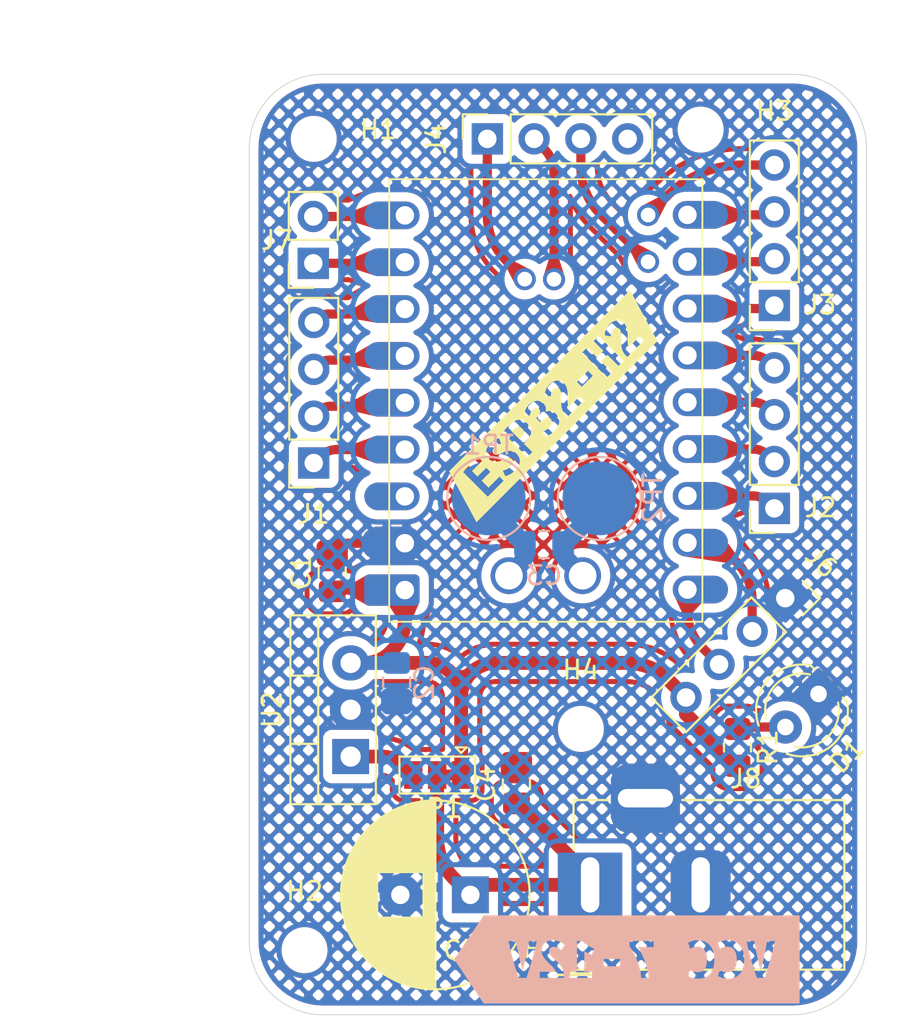
<source format=kicad_pcb>
(kicad_pcb (version 20241229) (generator "pcbnew") (generator_version "9.0")
  (layers (0 "F.Cu" signal) (2 "B.Cu" signal) (13 "F.Paste" user) (15 "B.Paste" user) (5 "F.SilkS" user "F.Silkscreen") (7 "B.SilkS" user "B.Silkscreen") (1 "F.Mask" user) (3 "B.Mask" user) (25 "Edge.Cuts" user))
  (net 0 "")
  (net 1 "GPIO10")
  (net 2 "+3V3")
  (net 3 "GPIO14")
  (net 4 "GPIO13")
  (net 5 "GPIO12")
  (net 6 "GPIO11")
  (net 7 "GND")
  (net 8 "GPIO9")
  (net 9 "+5V")
  (net 10 "GPIO2")
  (net 11 "GPIO5")
  (net 12 "GPIO24")
  (net 13 "GPIO1")
  (net 14 "GPIO0")
  (net 15 "GPIO8")
  (net 16 "GPIO23")
  (net 17 "GPIO3")
  (net 18 "GPIO26")
  (net 19 "GPIO22")
  (net 20 "GPIO27")
  (net 21 "GPIO25")
  (net 22 "B+")
  (net 23 "B-")
  (net 24 "GPIO4")
  (net 25 "VCC")
  (net 26 "+12V")
  (net 28 "Net-(D1-A)")
  (footprint "Connector_BarrelJack:BarrelJack_Horizontal" (layer "F.Cu") (at 252 69.4575 180)
    (property "Reference" "J8" (at -8.45 5.75 0) (layer "F.SilkS"))
    (property "Value" "Barrel_Jack_Switch")
    (pad "1" thru_hole rect (at 0 0 180) (size 3.5 3.5) (drill oval 1 3) (layers "*.Cu" "*.Mask") (net 25 "VCC"))
    (pad "2" thru_hole roundrect (at -6 0 180) (size 3 3.5) (drill oval 1 3) (layers "*.Cu" "*.Mask") (net 7 "GND"))
    (pad "3" thru_hole roundrect (at -3 4.7 180) (size 3.5 3.5) (drill oval 3 1) (layers "*.Cu" "*.Mask") (net 7 "GND"))
  )
  (footprint "Package_TO_SOT_THT:TO-220-3_Vertical" (layer "F.Cu") (at 239 62.5 90)
    (property "Reference" "U2" (at 2.54 -4.27 90) (layer "F.SilkS"))
    (property "Value" "LM7805_TO220")
    (pad "1" thru_hole rect (at 0 0 90) (size 1.905 2) (drill 1.1) (layers "*.Cu" "*.Mask") (net 26 "+12V"))
    (pad "2" thru_hole oval (at 2.54 0 90) (size 1.905 2) (drill 1.1) (layers "*.Cu" "*.Mask") (net 7 "GND"))
    (pad "3" thru_hole oval (at 5.08 0 90) (size 1.905 2) (drill 1.1) (layers "*.Cu" "*.Mask") (net 9 "+5V"))
  )
  (footprint "Connector_PinSocket_2.54mm:PinSocket_1x04_P2.54mm_Vertical" (layer "F.Cu") (at 237 46.58 180)
    (property "Reference" "J1" (at 0 -2.77 0) (layer "F.SilkS"))
    (property "Value" "Conn_01x04_Socket")
    (pad "1" thru_hole rect (at 0 0 180) (size 1.7 1.7) (drill 1) (layers "*.Cu" "*.Mask") (net 3 "GPIO14"))
    (pad "2" thru_hole oval (at 0 2.54 180) (size 1.7 1.7) (drill 1) (layers "*.Cu" "*.Mask") (net 4 "GPIO13"))
    (pad "3" thru_hole oval (at 0 5.08 180) (size 1.7 1.7) (drill 1) (layers "*.Cu" "*.Mask") (net 5 "GPIO12"))
    (pad "4" thru_hole oval (at 0 7.62 180) (size 1.7 1.7) (drill 1) (layers "*.Cu" "*.Mask") (net 6 "GPIO11"))
  )
  (footprint "Connector_PinSocket_2.54mm:PinSocket_1x04_P2.54mm_Vertical" (layer "F.Cu") (at 262.592102 53.907898 -45)
    (property "Reference" "J6" (at 0 -2.77 135) (layer "F.SilkS"))
    (property "Value" "Conn_01x04_Socket")
    (pad "1" thru_hole rect (at 0 0 315) (size 1.7 1.7) (drill 1) (layers "*.Cu" "*.Mask") (net 7 "GND"))
    (pad "2" thru_hole oval (at 0 2.54 315) (size 1.7 1.7) (drill 1) (layers "*.Cu" "*.Mask") (net 16 "GPIO23"))
    (pad "3" thru_hole oval (at 0 5.079999 315) (size 1.7 1.7) (drill 1) (layers "*.Cu" "*.Mask") (net 12 "GPIO24"))
    (pad "4" thru_hole oval (at 0 7.62 315) (size 1.7 1.7) (drill 1) (layers "*.Cu" "*.Mask") (net 9 "+5V"))
  )
  (footprint "libs:ESP32H2-Supermini" (layer "F.Cu") (at 249.095 56.19)
    (property "Reference" "U1" (hide yes))
    (property "Value" "ESP32-H2-SUPERMINI")
    (pad "1" thru_hole oval (at -7.15 -23.04 180) (size 3 1.5) (drill 1 (offset 0.7 0)) (layers "*.Cu" "*.Mask") (net 8 "GPIO9"))
    (pad "2" thru_hole oval (at -7.15 -20.5 180) (size 3 1.5) (drill 1 (offset 0.7 0)) (layers "*.Cu" "*.Mask") (net 1 "GPIO10"))
    (pad "3" thru_hole oval (at -7.15 -17.96 180) (size 3 1.5) (drill 1 (offset 0.7 0)) (layers "*.Cu" "*.Mask") (net 6 "GPIO11"))
    (pad "4" thru_hole oval (at -7.15 -15.42 180) (size 3 1.5) (drill 1 (offset 0.7 0)) (layers "*.Cu" "*.Mask") (net 5 "GPIO12"))
    (pad "5" thru_hole oval (at -7.15 -12.88 180) (size 3 1.5) (drill 1 (offset 0.7 0)) (layers "*.Cu" "*.Mask") (net 4 "GPIO13"))
    (pad "6" thru_hole oval (at -7.15 -10.34 180) (size 3 1.5) (drill 1 (offset 0.7 0)) (layers "*.Cu" "*.Mask") (net 3 "GPIO14"))
    (pad "7" thru_hole oval (at -7.15 -7.8 180) (size 3 1.5) (drill 1 (offset 0.7 0)) (layers "*.Cu" "*.Mask") (net 2 "+3V3"))
    (pad "8" thru_hole oval (at -7.15 -5.26 180) (size 3 1.5) (drill 1 (offset 0.7 0)) (layers "*.Cu" "*.Mask") (net 7 "GND"))
    (pad "9" thru_hole roundrect (at -7.15 -2.72 180) (size 3 1.7) (drill 1 (offset 0.7 0)) (layers "*.Cu" "*.Mask") (roundrect_rratio 0.1470588235) (net 9 "+5V"))
    (pad "10" thru_hole circle (at -0.641237 -19.582992) (size 1.2 1.2) (drill 0.8) (layers "*.Cu" "*.Mask") (net 19 "GPIO22"))
    (pad "11" thru_hole oval (at 8.188242 -23.067323) (size 3 1.5) (drill 1 (offset 0.7 0)) (layers "*.Cu" "*.Mask") (net 15 "GPIO8"))
    (pad "12" thru_hole oval (at 8.188242 -20.527323) (size 3 1.5) (drill 1 (offset 0.7 0)) (layers "*.Cu" "*.Mask") (net 11 "GPIO5"))
    (pad "13" thru_hole oval (at 8.188242 -17.987323) (size 3 1.5) (drill 1 (offset 0.7 0)) (layers "*.Cu" "*.Mask") (net 24 "GPIO4"))
    (pad "14" thru_hole oval (at 8.188242 -15.447323) (size 3 1.5) (drill 1 (offset 0.7 0)) (layers "*.Cu" "*.Mask") (net 17 "GPIO3"))
    (pad "15" thru_hole oval (at 8.188242 -12.907323) (size 3 1.5) (drill 1 (offset 0.7 0)) (layers "*.Cu" "*.Mask") (net 10 "GPIO2"))
    (pad "16" thru_hole oval (at 8.188242 -10.367323) (size 3 1.5) (drill 1 (offset 0.7 0)) (layers "*.Cu" "*.Mask") (net 13 "GPIO1"))
    (pad "17" thru_hole oval (at 8.188242 -7.827323) (size 3 1.5) (drill 1 (offset 0.7 0)) (layers "*.Cu" "*.Mask") (net 14 "GPIO0"))
    (pad "18" thru_hole oval (at 8.188242 -5.287323) (size 3 1.5) (drill 1 (offset 0.7 0)) (layers "*.Cu" "*.Mask") (net 16 "GPIO23"))
    (pad "19" thru_hole oval (at 8.188242 -2.747323) (size 3 1.5) (drill 1 (offset 0.7 0)) (layers "*.Cu" "*.Mask") (net 12 "GPIO24"))
    (pad "20" thru_hole circle (at 0.946294 -19.574023) (size 1.2 1.2) (drill 0.8) (layers "*.Cu" "*.Mask") (net 21 "GPIO25"))
    (pad "21" thru_hole circle (at 6.052637 -23.059822) (size 1.2 1.2) (drill 0.8) (layers "*.Cu" "*.Mask") (net 20 "GPIO27"))
    (pad "22" thru_hole circle (at 6.052637 -20.519822) (size 1.2 1.2) (drill 0.8) (layers "*.Cu" "*.Mask") (net 18 "GPIO26"))
    (pad "23" thru_hole circle (at -1.5 -3.5 90) (size 2 2) (drill 1.5) (layers "*.Cu" "*.Mask") (net 22 "B+"))
    (pad "24" thru_hole circle (at 2.5 -3.5 90) (size 2 2) (drill 1.5) (layers "*.Cu" "*.Mask") (net 23 "B-"))
  )
  (footprint "MountingHole:MountingHole_2mm" (layer "F.Cu") (at 258 28.5)
    (property "Reference" "H3" (at 4 -1 0) (layer "F.SilkS"))
    (property "Value" "MountingHole")
    (pad "" np_thru_hole circle (at 0 0) (size 2 2) (drill 2) (layers "*.Cu" "*.Mask"))
  )
  (footprint "MountingHole:MountingHole_2mm" (layer "F.Cu") (at 237 29)
    (property "Reference" "H1" (at 3.5 -0.5 0) (layer "F.SilkS"))
    (property "Value" "MountingHole")
    (pad "" np_thru_hole circle (at 0 0) (size 2 2) (drill 2) (layers "*.Cu" "*.Mask"))
  )
  (footprint "Capacitor_SMD:C_0805_2012Metric_Pad1.18x1.45mm_HandSolder" (layer "F.Cu") (at 238 52.5 90)
    (property "Reference" "C1" (at 0 -1.68 90) (layer "F.SilkS"))
    (property "Value" "C")
    (pad "1" smd roundrect (at -1.0375 0 90) (size 1.175 1.45) (layers "F.Cu" "F.Mask" "F.Paste") (roundrect_rratio 0.212766) (net 9 "+5V"))
    (pad "2" smd roundrect (at 1.0375 0 90) (size 1.175 1.45) (layers "F.Cu" "F.Mask" "F.Paste") (roundrect_rratio 0.212766) (net 7 "GND"))
  )
  (footprint "Capacitor_SMD:C_0805_2012Metric_Pad1.18x1.45mm_HandSolder" (layer "F.Cu") (at 248 64 90)
    (property "Reference" "C4" (at 0 -1.68 90) (layer "F.SilkS"))
    (property "Value" "C")
    (pad "1" smd roundrect (at -1.0375 0 90) (size 1.175 1.45) (layers "F.Cu" "F.Mask" "F.Paste") (roundrect_rratio 0.212766) (net 25 "VCC"))
    (pad "2" smd roundrect (at 1.0375 0 90) (size 1.175 1.45) (layers "F.Cu" "F.Mask" "F.Paste") (roundrect_rratio 0.212766) (net 7 "GND"))
  )
  (footprint "Jumper:SolderJumper-3_P1.3mm_Bridged12_Pad1.0x1.5mm" (layer "F.Cu") (at 243.7 63.5 180)
    (property "Reference" "JP1" (at 0 -1.8 0) (layer "F.SilkS"))
    (property "Value" "SolderJumper_3_Bridged12")
    (fp_poly (pts (xy -0.9 -0.3) (xy -0.4 -0.3) (xy -0.4 0.3) (xy -0.9 0.3)) (fill yes) (layer "F.Cu"))
    (pad "1" smd rect (at -1.3 0 180) (size 1 1.5) (layers "F.Cu" "F.Mask") (net 9 "+5V"))
    (pad "2" smd rect (at 0 0 180) (size 1 1.5) (layers "F.Cu" "F.Mask") (net 25 "VCC"))
    (pad "3" smd rect (at 1.3 0 180) (size 1 1.5) (layers "F.Cu" "F.Mask") (net 26 "+12V"))
  )
  (footprint "Connector_PinSocket_2.54mm:PinSocket_1x04_P2.54mm_Vertical" (layer "F.Cu") (at 262 38.04 180)
    (property "Reference" "J3" (at -2.5 0.04 0) (layer "F.SilkS"))
    (property "Value" "Conn_01x04_Socket")
    (pad "1" thru_hole rect (at 0 0 180) (size 1.7 1.7) (drill 1) (layers "*.Cu" "*.Mask") (net 24 "GPIO4"))
    (pad "2" thru_hole oval (at 0 2.54 180) (size 1.7 1.7) (drill 1) (layers "*.Cu" "*.Mask") (net 11 "GPIO5"))
    (pad "3" thru_hole oval (at 0 5.08 180) (size 1.7 1.7) (drill 1) (layers "*.Cu" "*.Mask") (net 15 "GPIO8"))
    (pad "4" thru_hole oval (at 0 7.62 180) (size 1.7 1.7) (drill 1) (layers "*.Cu" "*.Mask") (net 20 "GPIO27"))
  )
  (footprint "Resistor_SMD:R_0805_2012Metric_Pad1.20x1.40mm_HandSolder" (layer "F.Cu") (at 260 62 -90)
    (property "Reference" "R1" (at 0 -1.65 90) (layer "F.SilkS"))
    (property "Value" "R")
    (pad "1" smd roundrect (at -1 0 270) (size 1.2 1.4) (layers "F.Cu" "F.Mask" "F.Paste") (roundrect_rratio 0.208333) (net 28 "Net-(D1-A)"))
    (pad "2" smd roundrect (at 1 0 270) (size 1.2 1.4) (layers "F.Cu" "F.Mask" "F.Paste") (roundrect_rratio 0.208333) (net 9 "+5V"))
  )
  (footprint "Connector_PinSocket_2.54mm:PinSocket_1x04_P2.54mm_Vertical" (layer "F.Cu") (at 246.42 29 90)
    (property "Reference" "J4" (at 0 -2.77 90) (layer "F.SilkS"))
    (property "Value" "Conn_01x04_Socket")
    (pad "1" thru_hole rect (at 0 0 90) (size 1.7 1.7) (drill 1) (layers "*.Cu" "*.Mask") (net 19 "GPIO22"))
    (pad "2" thru_hole oval (at 0 2.54 90) (size 1.7 1.7) (drill 1) (layers "*.Cu" "*.Mask") (net 21 "GPIO25"))
    (pad "3" thru_hole oval (at 0 5.08 90) (size 1.7 1.7) (drill 1) (layers "*.Cu" "*.Mask") (net 18 "GPIO26"))
    (pad "4" thru_hole oval (at 0 7.62 90) (size 1.7 1.7) (drill 1) (layers "*.Cu" "*.Mask"))
  )
  (footprint "kibuzzard-67CC814E" (layer "F.Cu") (at 250 43.5 45)
    (property "Reference" "kibuzzard-67CC814E" (hide yes))
    (property "Value" "G***" (hide yes))
  )
  (footprint "Connector_PinSocket_2.54mm:PinSocket_1x04_P2.54mm_Vertical" (layer "F.Cu") (at 262 49.04 180)
    (property "Reference" "J2" (at -2.5 0.04 0) (layer "F.SilkS"))
    (property "Value" "Conn_01x04_Socket")
    (pad "1" thru_hole rect (at 0 0 180) (size 1.7 1.7) (drill 1) (layers "*.Cu" "*.Mask") (net 14 "GPIO0"))
    (pad "2" thru_hole oval (at 0 2.54 180) (size 1.7 1.7) (drill 1) (layers "*.Cu" "*.Mask") (net 13 "GPIO1"))
    (pad "3" thru_hole oval (at 0 5.08 180) (size 1.7 1.7) (drill 1) (layers "*.Cu" "*.Mask") (net 10 "GPIO2"))
    (pad "4" thru_hole oval (at 0 7.62 180) (size 1.7 1.7) (drill 1) (layers "*.Cu" "*.Mask") (net 17 "GPIO3"))
  )
  (footprint "Connector_PinSocket_2.54mm:PinSocket_1x02_P2.54mm_Vertical" (layer "F.Cu") (at 236.975 35.75 180)
    (property "Reference" "J7" (at 1.975 1.25 0) (layer "F.SilkS"))
    (property "Value" "Conn_01x02_Socket")
    (pad "1" thru_hole rect (at 0 0 180) (size 1.7 1.7) (drill 1) (layers "*.Cu" "*.Mask") (net 1 "GPIO10"))
    (pad "2" thru_hole oval (at 0 2.54 180) (size 1.7 1.7) (drill 1) (layers "*.Cu" "*.Mask") (net 8 "GPIO9"))
  )
  (footprint "Capacitor_THT:CP_Radial_D10.0mm_P3.80mm" (layer "F.Cu") (at 245.5 70 180)
    (property "Reference" "C5" (at 0.5 -3 0) (layer "F.SilkS"))
    (property "Value" "C_Polarized")
    (pad "1" thru_hole rect (at 0 0 180) (size 2 2) (drill 1) (layers "*.Cu" "*.Mask") (net 25 "VCC"))
    (pad "2" thru_hole circle (at 3.8 0 180) (size 2 2) (drill 1) (layers "*.Cu" "*.Mask") (net 7 "GND"))
  )
  (footprint "MountingHole:MountingHole_2mm" (layer "F.Cu") (at 251.5 61)
    (property "Reference" "H4" (at 0 -3.2 0) (layer "F.SilkS"))
    (property "Value" "MountingHole")
    (pad "" np_thru_hole circle (at 0 0) (size 2 2) (drill 2) (layers "*.Cu" "*.Mask"))
  )
  (footprint "MountingHole:MountingHole_2mm" (layer "F.Cu") (at 236.5 73)
    (property "Reference" "H2" (at 0 -3.2 0) (layer "F.SilkS"))
    (property "Value" "MountingHole")
    (pad "" np_thru_hole circle (at 0 0) (size 2 2) (drill 2) (layers "*.Cu" "*.Mask"))
  )
  (footprint "LED_THT:LED_D4.0mm" (layer "F.Cu") (at 264.398026 59.101975 -135)
    (property "Reference" "D1" (at 1.27 -3.46 45) (layer "F.SilkS"))
    (property "Value" "LED")
    (pad "1" thru_hole rect (at 0 0 225) (size 1.8 1.8) (drill 0.9) (layers "*.Cu" "*.Mask") (net 7 "GND"))
    (pad "2" thru_hole circle (at 2.54 0 225) (size 1.8 1.8) (drill 0.9) (layers "*.Cu" "*.Mask") (net 28 "Net-(D1-A)"))
  )
  (footprint "kibuzzard-67CC80C3" (layer "B.Cu") (at 254 73.5 180)
    (property "Reference" "kibuzzard-67CC80C3" (hide yes))
    (property "Value" "G***" (hide yes))
  )
  (footprint "Capacitor_SMD:C_0805_2012Metric_Pad1.18x1.45mm_HandSolder" (layer "B.Cu") (at 241.5 58.4625 -90)
    (property "Reference" "C2" (at 0.0375 -1.5 90) (layer "B.SilkS") (effects (justify mirror)))
    (property "Value" "C")
    (pad "1" smd roundrect (at -1.0375 0 270) (size 1.175 1.45) (layers "B.Cu" "B.Mask" "B.Paste") (roundrect_rratio 0.212766) (net 9 "+5V"))
    (pad "2" smd roundrect (at 1.0375 0 270) (size 1.175 1.45) (layers "B.Cu" "B.Mask" "B.Paste") (roundrect_rratio 0.212766) (net 7 "GND"))
  )
  (footprint "TestPoint:TestPoint_Pad_D4.0mm" (layer "B.Cu") (at 246.5 48.5 180)
    (property "Reference" "TP1" (at 0 2.898 0) (layer "B.SilkS") (effects (justify mirror)))
    (property "Value" "TestPoint")
    (pad "1" smd circle (at 0 0 180) (size 4 4) (layers "B.Cu" "B.Mask") (net 22 "B+"))
  )
  (footprint "TestPoint:TestPoint_Pad_D4.0mm" (layer "B.Cu") (at 252.5 48.5 90)
    (property "Reference" "TP2" (at 0 2.898 90) (layer "B.SilkS") (effects (justify mirror)))
    (property "Value" "TestPoint")
    (pad "1" smd circle (at 0 0 90) (size 4 4) (layers "B.Cu" "B.Mask") (net 23 "B-"))
  )
  (footprint "Capacitor_SMD:C_0805_2012Metric_Pad1.18x1.45mm_HandSolder" (layer "B.Cu") (at 249.5 51)
    (property "Reference" "C3" (at 0 1.68 0) (layer "B.SilkS") (effects (justify mirror)))
    (property "Value" "C")
    (pad "1" smd roundrect (at -1.0375 0) (size 1.175 1.45) (layers "B.Cu" "B.Mask" "B.Paste") (roundrect_rratio 0.212766) (net 22 "B+"))
    (pad "2" smd roundrect (at 1.0375 0) (size 1.175 1.45) (layers "B.Cu" "B.Mask" "B.Paste") (roundrect_rratio 0.212766) (net 23 "B-"))
  )
  (gr_line (start 237.5 25.5) (end 263 25.5) (stroke (width 0.05)) (layer "Edge.Cuts"))
  (gr_line (start 263 76.5) (end 237.5 76.5) (stroke (width 0.05)) (layer "Edge.Cuts"))
  (gr_arc (start 233.5 29.5) (mid 234.671573 26.671573) (end 237.5 25.5) (stroke (width 0.05)) (layer "Edge.Cuts"))
  (gr_arc (start 263 25.5) (mid 265.828427 26.671573) (end 267 29.5) (stroke (width 0.05)) (layer "Edge.Cuts"))
  (gr_line (start 267 29.5) (end 267 72.5) (stroke (width 0.05)) (layer "Edge.Cuts"))
  (gr_arc (start 267 72.5) (mid 265.828427 75.328427) (end 263 76.5) (stroke (width 0.05)) (layer "Edge.Cuts"))
  (gr_line (start 233.5 72.5) (end 233.5 29.5) (stroke (width 0.05)) (layer "Edge.Cuts"))
  (gr_arc (start 237.5 76.5) (mid 234.671573 75.328427) (end 233.5 72.5) (stroke (width 0.05)) (layer "Edge.Cuts"))
  (segment (start 241.915 35.72) (end 241.945 35.69) (width 0.5) (layer "F.Cu") (net 1))
  (segment (start 241.842573 35.75) (end 236.975 35.75) (width 0.5) (layer "F.Cu") (net 1))
  (arc (start 241.915 35.72) (mid 241.88177 35.742203) (end 241.842573 35.75) (width 0.5) (layer "F.Cu") (net 1))
  (segment (start 238.246187 45.85) (end 241.945 45.85) (width 0.5) (layer "F.Cu") (net 3))
  (segment (start 237.365 46.215) (end 237 46.58) (width 0.5) (layer "F.Cu") (net 3))
  (arc (start 238.246187 45.85) (mid 237.769292 45.94486) (end 237.365 46.215) (width 0.5) (layer "F.Cu") (net 3))
  (segment (start 237.27 43.77) (end 237 44.04) (width 0.5) (layer "F.Cu") (net 4))
  (segment (start 241.620649 43.5) (end 237.921837 43.5) (width 0.5) (layer "F.Cu") (net 4))
  (segment (start 241.85 43.405) (end 241.945 43.31) (width 0.5) (layer "F.Cu") (net 4))
  (arc (start 237.921837 43.5) (mid 237.569065 43.57017) (end 237.27 43.77) (width 0.5) (layer "F.Cu") (net 4))
  (arc (start 241.85 43.405) (mid 241.744773 43.47531) (end 241.620649 43.5) (width 0.5) (layer "F.Cu") (net 4))
  (segment (start 241.83 40.885) (end 241.945 40.77) (width 0.5) (layer "F.Cu") (net 5))
  (segment (start 237.25 41.25) (end 237 41.5) (width 0.5) (layer "F.Cu") (net 5))
  (segment (start 237.853553 41) (end 241.552365 41) (width 0.5) (layer "F.Cu") (net 5))
  (arc (start 241.83 40.885) (mid 241.70262 40.970112) (end 241.552365 41) (width 0.5) (layer "F.Cu") (net 5))
  (arc (start 237.853553 41) (mid 237.526912 41.064972) (end 237.25 41.25) (width 0.5) (layer "F.Cu") (net 5))
  (segment (start 241.81 38.365) (end 241.945 38.23) (width 0.5) (layer "F.Cu") (net 6))
  (segment (start 237.23 38.73) (end 237 38.96) (width 0.5) (layer "F.Cu") (net 6))
  (segment (start 241.484081 38.5) (end 237.785269 38.5) (width 0.5) (layer "F.Cu") (net 6))
  (arc (start 237.785269 38.5) (mid 237.484759 38.559775) (end 237.23 38.73) (width 0.5) (layer "F.Cu") (net 6))
  (arc (start 241.81 38.365) (mid 241.660467 38.464914) (end 241.484081 38.5) (width 0.5) (layer "F.Cu") (net 6))
  (segment (start 238.26625 51.19625) (end 238 51.4625) (width 0.5) (layer "F.Cu") (net 7))
  (segment (start 238.909034 50.93) (end 241.945 50.93) (width 0.5) (layer "F.Cu") (net 7))
  (arc (start 238.909034 50.93) (mid 238.561161 50.999196) (end 238.26625 51.19625) (width 0.5) (layer "F.Cu") (net 7))
  (segment (start 241.842573 33.21) (end 236.975 33.21) (width 0.5) (layer "F.Cu") (net 8))
  (segment (start 241.915 33.18) (end 241.945 33.15) (width 0.5) (layer "F.Cu") (net 8))
  (arc (start 241.915 33.18) (mid 241.88177 33.202203) (end 241.842573 33.21) (width 0.5) (layer "F.Cu") (net 8))
  (segment (start 238.03375 53.50375) (end 238 53.5375) (width 0.5) (layer "F.Cu") (net 9))
  (segment (start 257.203948 60.203948) (end 260 63) (width 0.75) (layer "F.Cu") (net 9))
  (segment (start 241.945 55.089799) (end 241.945 53.47) (width 0.75) (layer "F.Cu") (net 9))
  (segment (start 241.138614 56.861385) (end 241.2625 56.7375) (width 0.75) (layer "F.Cu") (net 9))
  (segment (start 238.115229 53.47) (end 241.945 53.47) (width 0.5) (layer "F.Cu") (net 9))
  (segment (start 246.843675 57.42) (end 254.001326 57.42) (width 0.75) (layer "F.Cu") (net 9))
  (segment (start 257.203948 59.296052) (end 257.203948 60.203948) (width 0.75) (layer "F.Cu") (net 9))
  (segment (start 245 59.263675) (end 245 63.5) (width 0.75) (layer "F.Cu") (net 9))
  (segment (start 239.79 57.42) (end 243.156324 57.42) (width 0.75) (layer "F.Cu") (net 9))
  (segment (start 256.265922 58.358026) (end 257.203948 59.296052) (width 0.75) (layer "F.Cu") (net 9))
  (arc (start 238.115229 53.47) (mid 238.071133 53.478771) (end 238.03375 53.50375) (width 0.5) (layer "F.Cu") (net 9))
  (arc (start 239.79 57.42) (mid 239.79 57.42) (end 239.79 57.42) (width 0.5) (layer "F.Cu") (net 9))
  (arc (start 244.46 57.96) (mid 245 58.183675) (end 245.54 57.96) (width 0.75) (layer "F.Cu") (net 9))
  (arc (start 246.843675 57.42) (mid 246.138131 57.560341) (end 245.54 57.96) (width 0.75) (layer "F.Cu") (net 9))
  (arc (start 241.138614 56.861385) (mid 240.519864 57.27482) (end 239.79 57.42) (width 0.75) (layer "F.Cu") (net 9))
  (arc (start 256.265922 58.358026) (mid 255.226916 57.663785) (end 254.001326 57.42) (width 0.75) (layer "F.Cu") (net 9))
  (arc (start 245.54 57.96) (mid 245.140341 58.558131) (end 245 59.263675) (width 0.75) (layer "F.Cu") (net 9))
  (arc (start 241.945 55.089799) (mid 241.767624 55.981528) (end 241.2625 56.7375) (width 0.75) (layer "F.Cu") (net 9))
  (arc (start 245 59.263675) (mid 244.859658 58.558131) (end 244.46 57.96) (width 0.75) (layer "F.Cu") (net 9))
  (arc (start 244.46 57.96) (mid 243.861868 57.560341) (end 243.156324 57.42) (width 0.75) (layer "F.Cu") (net 9))
  (segment (start 239.008535 57.425) (end 241.5 57.425) (width 0.75) (layer "B.Cu") (net 9))
  (segment (start 239.0025 57.4225) (end 239 57.42) (width 0.75) (layer "B.Cu") (net 9))
  (arc (start 239.0025 57.4225) (mid 239.005268 57.42435) (end 239.008535 57.425) (width 0.75) (layer "B.Cu") (net 9))
  (segment (start 261.661338 43.621338) (end 262 43.96) (width 0.5) (layer "F.Cu") (net 10))
  (segment (start 260.843737 43.282677) (end 257.283242 43.282677) (width 0.5) (layer "F.Cu") (net 10))
  (arc (start 261.661338 43.621338) (mid 261.286219 43.370692) (end 260.843737 43.282677) (width 0.5) (layer "F.Cu") (net 10))
  (segment (start 261.722292 35.662677) (end 257.283242 35.662677) (width 0.5) (layer "F.Cu") (net 11))
  (segment (start 261.918661 35.581338) (end 262 35.5) (width 0.5) (layer "F.Cu") (net 11))
  (arc (start 261.918661 35.581338) (mid 261.828566 35.641537) (end 261.722292 35.662677) (width 0.5) (layer "F.Cu") (net 11))
  (segment (start 257.283242 54.612959) (end 257.283242 53.442677) (width 0.5) (layer "F.Cu") (net 12))
  (segment (start 258.110756 56.610756) (end 259 57.5) (width 0.5) (layer "F.Cu") (net 12))
  (arc (start 257.283242 54.612959) (mid 257.498305 55.694159) (end 258.110756 56.610756) (width 0.5) (layer "F.Cu") (net 12))
  (segment (start 261.661338 46.161338) (end 262 46.5) (width 0.5) (layer "F.Cu") (net 13))
  (segment (start 260.843737 45.822677) (end 257.283242 45.822677) (width 0.5) (layer "F.Cu") (net 13))
  (arc (start 261.661338 46.161338) (mid 261.286219 45.910692) (end 260.843737 45.822677) (width 0.5) (layer "F.Cu") (net 13))
  (segment (start 260.843737 48.362677) (end 257.283242 48.362677) (width 0.5) (layer "F.Cu") (net 14))
  (segment (start 261.661338 48.701338) (end 262 49.04) (width 0.5) (layer "F.Cu") (net 14))
  (arc (start 261.661338 48.701338) (mid 261.286219 48.450692) (end 260.843737 48.362677) (width 0.5) (layer "F.Cu") (net 14))
  (segment (start 261.918661 33.041338) (end 262 32.96) (width 0.5) (layer "F.Cu") (net 15))
  (segment (start 261.722292 33.122677) (end 257.283242 33.122677) (width 0.5) (layer "F.Cu") (net 15))
  (arc (start 261.918661 33.041338) (mid 261.828566 33.101537) (end 261.722292 33.122677) (width 0.5) (layer "F.Cu") (net 15))
  (segment (start 260.796051 54.06605) (end 260.796051 55.703949) (width 0.5) (layer "F.Cu") (net 16))
  (segment (start 257.331903 50.951338) (end 257.283242 50.902677) (width 0.5) (layer "F.Cu") (net 16))
  (segment (start 259.898025 51.898025) (end 259.572556 51.572556) (width 0.5) (layer "F.Cu") (net 16))
  (segment (start 258.190282 51) (end 257.449382 51) (width 0.5) (layer "F.Cu") (net 16))
  (arc (start 257.331903 50.951338) (mid 257.385803 50.987353) (end 257.449382 51) (width 0.5) (layer "F.Cu") (net 16))
  (arc (start 259.898025 51.898025) (mid 260.562661 52.892723) (end 260.796051 54.06605) (width 0.5) (layer "F.Cu") (net 16))
  (arc (start 259.572556 51.572556) (mid 258.938363 51.148802) (end 258.190282 51) (width 0.5) (layer "F.Cu") (net 16))
  (segment (start 260.843737 40.742677) (end 257.283242 40.742677) (width 0.5) (layer "F.Cu") (net 17))
  (segment (start 261.661338 41.081338) (end 262 41.42) (width 0.5) (layer "F.Cu") (net 17))
  (arc (start 261.661338 41.081338) (mid 261.286219 40.830692) (end 260.843737 40.742677) (width 0.5) (layer "F.Cu") (net 17))
  (segment (start 252.568629 33.09117) (end 255.147637 35.670178) (width 0.5) (layer "F.Cu") (net 18))
  (segment (start 251.5 30.51127) (end 251.5 29) (width 0.5) (layer "F.Cu") (net 18))
  (arc (start 251.5 30.51127) (mid 251.777727 31.907502) (end 252.568629 33.09117) (width 0.5) (layer "F.Cu") (net 18))
  (segment (start 246.42 33.135157) (end 246.42 29) (width 0.5) (layer "F.Cu") (net 19))
  (segment (start 247.436881 35.590126) (end 248.453763 36.607008) (width 0.5) (layer "F.Cu") (net 19))
  (arc (start 246.42 33.135157) (mid 246.684278 34.463776) (end 247.436881 35.590126) (width 0.5) (layer "F.Cu") (net 19))
  (segment (start 260.244106 30.42) (end 262 30.42) (width 0.5) (layer "F.Cu") (net 20))
  (segment (start 256.170453 32.107362) (end 255.147637 33.130178) (width 0.5) (layer "F.Cu") (net 20))
  (arc (start 260.244106 30.42) (mid 258.039461 30.858531) (end 256.170453 32.107362) (width 0.5) (layer "F.Cu") (net 20))
  (segment (start 249.500647 29.540647) (end 248.96 29) (width 0.5) (layer "F.Cu") (net 21))
  (segment (start 250.041294 30.845884) (end 250.041294 36.615977) (width 0.5) (layer "F.Cu") (net 21))
  (arc (start 249.500647 29.540647) (mid 249.900784 30.139494) (end 250.041294 30.845884) (width 0.5) (layer "F.Cu") (net 21))
  (segment (start 246.690034 49.227534) (end 248.171702 50.709202) (width 1) (layer "B.Cu") (net 22))
  (segment (start 246.5 48.76875) (end 246.5 48.5) (width 1) (layer "B.Cu") (net 22))
  (segment (start 248.171702 52.113297) (end 247.595 52.69) (width 1) (layer "B.Cu") (net 22))
  (arc (start 248.171702 50.709202) (mid 248.386924 51.031304) (end 248.4625 51.41125) (width 1) (layer "B.Cu") (net 22))
  (arc (start 248.4625 51.41125) (mid 248.386924 51.791195) (end 248.171702 52.113297) (width 1) (layer "B.Cu") (net 22))
  (arc (start 246.5 48.76875) (mid 246.549388 49.017042) (end 246.690034 49.227534) (width 1) (layer "B.Cu") (net 22))
  (segment (start 252.309964 49.227534) (end 250.761122 50.776377) (width 1) (layer "B.Cu") (net 23))
  (segment (start 252.5 48.76875) (end 252.5 48.5) (width 1) (layer "B.Cu") (net 23))
  (segment (start 250.761122 51.856122) (end 251.595 52.69) (width 1) (layer "B.Cu") (net 23))
  (arc (start 252.5 48.76875) (mid 252.450611 49.017042) (end 252.309964 49.227534) (width 1) (layer "B.Cu") (net 23))
  (arc (start 250.761122 50.776377) (mid 250.595617 51.024072) (end 250.5375 51.31625) (width 1) (layer "B.Cu") (net 23))
  (arc (start 250.5375 51.31625) (mid 250.595617 51.608426) (end 250.761122 51.856122) (width 1) (layer "B.Cu") (net 23))
  (segment (start 261.918661 38.121338) (end 262 38.04) (width 0.5) (layer "F.Cu") (net 24))
  (segment (start 261.722292 38.202677) (end 257.283242 38.202677) (width 0.5) (layer "F.Cu") (net 24))
  (arc (start 261.918661 38.121338) (mid 261.828566 38.181537) (end 261.722292 38.202677) (width 0.5) (layer "F.Cu") (net 24))
  (segment (start 251.79 69.4575) (end 246.426105 69.4575) (width 0.75) (layer "F.Cu") (net 25))
  (segment (start 251.851507 68.889007) (end 248 65.0375) (width 0.75) (layer "F.Cu") (net 25))
  (segment (start 245.22875 69.72875) (end 244.6 69.1) (width 0.75) (layer "F.Cu") (net 25))
  (segment (start 243.7 66.927207) (end 243.7 63.5) (width 0.75) (layer "F.Cu") (net 25))
  (arc (start 243.7 66.927207) (mid 243.933902 68.103114) (end 244.6 69.1) (width 0.75) (layer "F.Cu") (net 25))
  (arc (start 245.22875 69.72875) (mid 245.5 69.841105) (end 245.77125 69.72875) (width 0.75) (layer "F.Cu") (net 25))
  (arc (start 251.851507 68.889007) (mid 251.961407 69.053485) (end 252 69.2475) (width 0.75) (layer "F.Cu") (net 25))
  (arc (start 246.426105 69.4575) (mid 246.0717 69.527995) (end 245.77125 69.72875) (width 0.75) (layer "F.Cu") (net 25))
  (arc (start 252 69.2475) (mid 251.938492 69.395992) (end 251.79 69.4575) (width 0.75) (layer "F.Cu") (net 25))
  (segment (start 240.692893 62.5) (end 239 62.5) (width 0.75) (layer "F.Cu") (net 26))
  (segment (start 241.9 63) (end 242.4 63.5) (width 0.75) (layer "F.Cu") (net 26))
  (arc (start 241.9 63) (mid 241.346174 62.629945) (end 240.692893 62.5) (width 0.75) (layer "F.Cu") (net 26))
  (segment (start 260 61) (end 260.101974 60.898026) (width 0.5) (layer "F.Cu") (net 28))
  (segment (start 260.101974 60.898026) (end 262.358026 60.898026) (width 0.5) (layer "F.Cu") (net 28))
  (segment (start 262.358026 60.898026) (end 262.46 61) (width 0.5) (layer "F.Cu") (net 28))
  (zone (net 7) (net_name "GND") (layers "F.Cu" "B.Cu") (connect_pads yes (clearance 0.5)) (min_thickness 0.25) (fill yes (mode hatch) (thermal_gap 0.5) (thermal_bridge_width 0.5) (hatch_thickness 0.25) (hatch_gap 0.5) (hatch_orientation 45) (hatch_smoothing_level 1) (hatch_smoothing_value 0.1) (hatch_border_algorithm hatch_thickness) (hatch_min_hole_area 0.3))
    (polygon (pts (xy 268 24) (xy 268 77) (xy 232.5 77) (xy 232.5 24)))
  )
)
</source>
